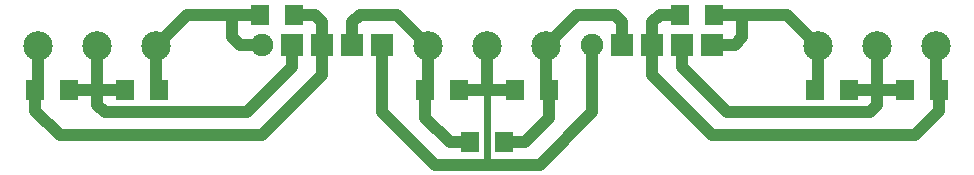
<source format=gbr>
G04 #@! TF.GenerationSoftware,KiCad,Pcbnew,5.1.12-84ad8e8a86~92~ubuntu20.04.1*
G04 #@! TF.CreationDate,2024-01-16T22:34:24+00:00*
G04 #@! TF.ProjectId,___-1.39.A-1,221a1f2d-312e-4333-992e-412d312e6b69,2A*
G04 #@! TF.SameCoordinates,Original*
G04 #@! TF.FileFunction,Copper,L2,Bot*
G04 #@! TF.FilePolarity,Positive*
%FSLAX46Y46*%
G04 Gerber Fmt 4.6, Leading zero omitted, Abs format (unit mm)*
G04 Created by KiCad (PCBNEW 5.1.12-84ad8e8a86~92~ubuntu20.04.1) date 2024-01-16 22:34:24*
%MOMM*%
%LPD*%
G01*
G04 APERTURE LIST*
G04 #@! TA.AperFunction,ComponentPad*
%ADD10R,1.900000X1.900000*%
G04 #@! TD*
G04 #@! TA.AperFunction,ComponentPad*
%ADD11C,1.900000*%
G04 #@! TD*
G04 #@! TA.AperFunction,ComponentPad*
%ADD12C,2.500000*%
G04 #@! TD*
G04 #@! TA.AperFunction,SMDPad,CuDef*
%ADD13R,1.600000X1.800000*%
G04 #@! TD*
G04 #@! TA.AperFunction,Conductor*
%ADD14C,1.000000*%
G04 #@! TD*
G04 #@! TA.AperFunction,Conductor*
%ADD15C,0.600000*%
G04 #@! TD*
G04 APERTURE END LIST*
D10*
X119380000Y-144780000D03*
X116840000Y-144780000D03*
D11*
X114300000Y-144780000D03*
D10*
X121920000Y-144780000D03*
X124460000Y-144780000D03*
X91440000Y-144780000D03*
X88900000Y-144780000D03*
D11*
X86360000Y-144780000D03*
D10*
X93980000Y-144780000D03*
X96520000Y-144780000D03*
D12*
X100410000Y-144875000D03*
X110410000Y-144875000D03*
X105410000Y-144875000D03*
X72390000Y-144875000D03*
X77390000Y-144875000D03*
X67390000Y-144875000D03*
X133430000Y-144875000D03*
X143430000Y-144875000D03*
X138430000Y-144875000D03*
D13*
X67180000Y-148590000D03*
X69980000Y-148590000D03*
X89030000Y-142240000D03*
X86230000Y-142240000D03*
X74800000Y-148590000D03*
X77600000Y-148590000D03*
X100200000Y-148590000D03*
X103000000Y-148590000D03*
X104010000Y-153035000D03*
X106810000Y-153035000D03*
X107820000Y-148590000D03*
X110620000Y-148590000D03*
X133220000Y-148590000D03*
X136020000Y-148590000D03*
X124590000Y-142240000D03*
X121790000Y-142240000D03*
X140840000Y-148590000D03*
X143640000Y-148590000D03*
D14*
X133430000Y-144875000D02*
X133430000Y-148590000D01*
X124590000Y-142240000D02*
X127000000Y-142240000D01*
X133430000Y-144875000D02*
X130795000Y-142240000D01*
X127000000Y-142240000D02*
X130795000Y-142240000D01*
X126365000Y-144780000D02*
X127000000Y-144145000D01*
X127000000Y-142240000D02*
X127000000Y-144145000D01*
X126365000Y-144780000D02*
X124460000Y-144780000D01*
X143430000Y-144875000D02*
X143430000Y-148590000D01*
X121790000Y-142240000D02*
X120015000Y-142240000D01*
X120015000Y-142240000D02*
X119380000Y-142875000D01*
X119380000Y-142875000D02*
X119380000Y-144780000D01*
X119380000Y-147320000D02*
X119380000Y-144780000D01*
X124460000Y-152400000D02*
X119380000Y-147320000D01*
X141605000Y-152400000D02*
X124460000Y-152400000D01*
X143640000Y-150365000D02*
X141605000Y-152400000D01*
X143640000Y-148590000D02*
X143640000Y-150365000D01*
X138430000Y-144875000D02*
X138430000Y-148590000D01*
X136020000Y-148590000D02*
X138430000Y-148590000D01*
X140840000Y-148590000D02*
X138430000Y-148590000D01*
X121920000Y-146685000D02*
X121920000Y-144780000D01*
X125730000Y-150495000D02*
X121920000Y-146685000D01*
X137795000Y-150495000D02*
X125730000Y-150495000D01*
X138430000Y-149860000D02*
X137795000Y-150495000D01*
X138430000Y-148590000D02*
X138430000Y-149860000D01*
X100410000Y-144875000D02*
X100410000Y-148590000D01*
X104010000Y-153035000D02*
X102235000Y-153035000D01*
X100200000Y-151000000D02*
X102235000Y-153035000D01*
X100200000Y-148590000D02*
X100200000Y-151000000D01*
X93980000Y-142875000D02*
X93980000Y-144780000D01*
X94615000Y-142240000D02*
X93980000Y-142875000D01*
X97775000Y-142240000D02*
X94615000Y-142240000D01*
X100410000Y-144875000D02*
X97775000Y-142240000D01*
X116205000Y-142240000D02*
X116840000Y-142875000D01*
X116840000Y-142875000D02*
X116840000Y-144780000D01*
X110410000Y-144875000D02*
X110410000Y-148590000D01*
X106810000Y-153035000D02*
X108585000Y-153035000D01*
X110620000Y-151000000D02*
X108585000Y-153035000D01*
X110620000Y-148590000D02*
X110620000Y-151000000D01*
X113045000Y-142240000D02*
X116205000Y-142240000D01*
X110410000Y-144875000D02*
X113045000Y-142240000D01*
X105410000Y-144875000D02*
X105410000Y-148590000D01*
X103000000Y-148590000D02*
X105410000Y-148590000D01*
X107820000Y-148590000D02*
X105410000Y-148590000D01*
D15*
X105410000Y-148590000D02*
X105410000Y-154940000D01*
D14*
X109855000Y-154940000D02*
X105410000Y-154940000D01*
X114300000Y-150495000D02*
X109855000Y-154940000D01*
X114300000Y-144780000D02*
X114300000Y-150495000D01*
X100965000Y-154940000D02*
X105410000Y-154940000D01*
X96520000Y-150495000D02*
X100965000Y-154940000D01*
X96520000Y-144780000D02*
X96520000Y-150495000D01*
X67390000Y-144875000D02*
X67390000Y-148590000D01*
X89030000Y-142240000D02*
X90805000Y-142240000D01*
X90805000Y-142240000D02*
X91440000Y-142875000D01*
X91440000Y-142875000D02*
X91440000Y-144780000D01*
X69215000Y-152400000D02*
X86360000Y-152400000D01*
X67180000Y-150365000D02*
X69215000Y-152400000D01*
X67180000Y-148590000D02*
X67180000Y-150365000D01*
X91440000Y-147320000D02*
X91440000Y-144780000D01*
X86360000Y-152400000D02*
X91440000Y-147320000D01*
X77390000Y-144875000D02*
X77390000Y-148590000D01*
X77390000Y-144875000D02*
X80025000Y-142240000D01*
X86230000Y-142240000D02*
X83820000Y-142240000D01*
X80025000Y-142240000D02*
X83820000Y-142240000D01*
X83820000Y-144145000D02*
X84455000Y-144780000D01*
X84455000Y-144780000D02*
X86360000Y-144780000D01*
X83820000Y-142240000D02*
X83820000Y-144145000D01*
X72390000Y-144875000D02*
X72390000Y-148590000D01*
X69980000Y-148590000D02*
X72390000Y-148590000D01*
X74800000Y-148590000D02*
X72390000Y-148590000D01*
X88900000Y-146685000D02*
X88900000Y-144780000D01*
X85090000Y-150495000D02*
X88900000Y-146685000D01*
X73025000Y-150495000D02*
X85090000Y-150495000D01*
X72390000Y-149860000D02*
X73025000Y-150495000D01*
X72390000Y-148590000D02*
X72390000Y-149860000D01*
M02*

</source>
